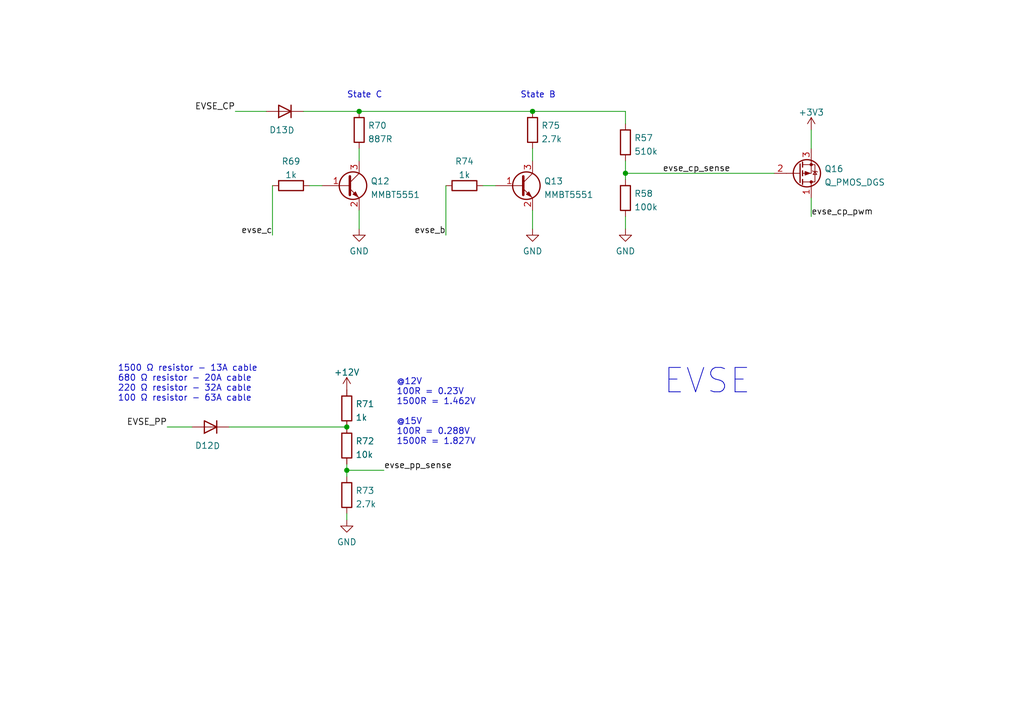
<source format=kicad_sch>
(kicad_sch (version 20211123) (generator eeschema)
  (paper "A5")
  (lib_symbols
    (symbol "Device:D" (pin_numbers hide) (pin_names (offset 1.016) hide)
      (property "Reference" "D" (at 0 2.54 0))
      (property "Value" "D" (at 0 -2.54 0))
      (symbol "D_0_1"
        (polyline (pts (xy -1.27 1.27) (xy -1.27 -1.27)) (stroke (width 0.254)))
        (polyline (pts (xy 1.27 0) (xy -1.27 0)))
        (polyline (pts (xy 1.27 1.27) (xy 1.27 -1.27) (xy -1.27 0) (xy 1.27 1.27)) (stroke (width 0.254)))
      )
      (symbol "D_1_1"
        (pin passive line (at -3.81 0 0) (length 2.54) (name "K") (number "1"))
        (pin passive line (at 3.81 0 180) (length 2.54) (name "A") (number "2"))
      )
    )
    (symbol "Device:Q_PMOS_DGS" (pin_names (offset 0) hide)
      (property "Reference" "Q" (at 5.08 1.27 0))
      (property "Value" "Q_PMOS_DGS" (at 5.08 -1.27 0))
      (symbol "Q_PMOS_DGS_0_1"
        (polyline (pts (xy 0.254 0) (xy -2.54 0)))
        (polyline (pts (xy 0.254 1.905) (xy 0.254 -1.905)) (stroke (width 0.254)))
        (polyline (pts (xy 0.762 -1.27) (xy 0.762 -2.286)) (stroke (width 0.254)))
        (polyline (pts (xy 0.762 0.508) (xy 0.762 -0.508)) (stroke (width 0.254)))
        (polyline (pts (xy 0.762 2.286) (xy 0.762 1.27)) (stroke (width 0.254)))
        (polyline (pts (xy 2.54 2.54) (xy 2.54 1.778)))
        (polyline (pts (xy 2.54 -2.54) (xy 2.54 0) (xy 0.762 0)))
        (polyline (pts (xy 0.762 1.778) (xy 3.302 1.778) (xy 3.302 -1.778) (xy 0.762 -1.778)))
        (polyline (pts (xy 2.286 0) (xy 1.27 0.381) (xy 1.27 -0.381) (xy 2.286 0)) (fill (type outline)))
        (polyline (pts (xy 2.794 -0.508) (xy 2.921 -0.381) (xy 3.683 -0.381) (xy 3.81 -0.254)))
        (polyline (pts (xy 3.302 -0.381) (xy 2.921 0.254) (xy 3.683 0.254) (xy 3.302 -0.381)))
        (circle (center 1.651 0) (radius 2.794) (stroke (width 0.254)))
        (circle (center 2.54 -1.778) (radius 0.254) (fill (type outline)))
        (circle (center 2.54 1.778) (radius 0.254) (fill (type outline)))
      )
      (symbol "Q_PMOS_DGS_1_1"
        (pin passive line (at 2.54 5.08 270) (length 2.54) (name "D") (number "1"))
        (pin input line (at -5.08 0 0) (length 2.54) (name "G") (number "2"))
        (pin passive line (at 2.54 -5.08 90) (length 2.54) (name "S") (number "3"))
      )
    )
    (symbol "Device:R" (pin_numbers hide) (pin_names (offset 0))
      (property "Reference" "R" (at 2.032 0 90))
      (property "Value" "R" (at 0 0 90))
      (symbol "R_0_1"
        (rectangle (start -1.016 -2.54) (end 1.016 2.54) (stroke (width 0.254)))
      )
      (symbol "R_1_1"
        (pin passive line (at 0 3.81 270) (length 1.27) (name "~") (number "1"))
        (pin passive line (at 0 -3.81 90) (length 1.27) (name "~") (number "2"))
      )
    )
    (symbol "Transistor_BJT:BC817W" (pin_names (offset 0) hide)
      (property "Reference" "Q" (at 5.08 1.905 0))
      (property "Value" "BC817W" (at 5.08 0 0))
      (symbol "BC817W_0_1"
        (polyline (pts (xy 0.635 0.635) (xy 2.54 2.54)))
        (polyline (pts (xy 0.635 -0.635) (xy 2.54 -2.54) (xy 2.54 -2.54)))
        (polyline (pts (xy 0.635 1.905) (xy 0.635 -1.905) (xy 0.635 -1.905)) (stroke (width 0.508)))
        (polyline (pts (xy 1.27 -1.778) (xy 1.778 -1.27) (xy 2.286 -2.286) (xy 1.27 -1.778) (xy 1.27 -1.778)) (fill (type outline)))
        (circle (center 1.27 0) (radius 2.8194) (stroke (width 0.254)))
      )
      (symbol "BC817W_1_1"
        (pin input line (at -5.08 0 0) (length 5.715) (name "B") (number "1"))
        (pin passive line (at 2.54 -5.08 90) (length 2.54) (name "E") (number "2"))
        (pin passive line (at 2.54 5.08 270) (length 2.54) (name "C") (number "3"))
      )
    )
    (symbol "power:+12V" (power) (pin_names (offset 0))
      (property "Value" "+12V" (at 0 3.556 0))
      (symbol "+12V_0_1"
        (polyline (pts (xy -0.762 1.27) (xy 0 2.54)))
        (polyline (pts (xy 0 0) (xy 0 2.54)))
        (polyline (pts (xy 0 2.54) (xy 0.762 1.27)))
      )
      (symbol "+12V_1_1"
        (pin power_in line (at 0 0 90) (length 0) hide (name "+12V") (number "1"))
      )
    )
    (symbol "power:+3V3" (power) (pin_names (offset 0))
      (property "Value" "+3V3" (at 0 3.556 0))
      (symbol "+3V3_0_1"
        (polyline (pts (xy -0.762 1.27) (xy 0 2.54)))
        (polyline (pts (xy 0 0) (xy 0 2.54)))
        (polyline (pts (xy 0 2.54) (xy 0.762 1.27)))
      )
      (symbol "+3V3_1_1"
        (pin power_in line (at 0 0 90) (length 0) hide (name "+3V3") (number "1"))
      )
    )
    (symbol "power:GND" (power) (pin_names (offset 0))
      (property "Value" "GND" (at 0 -3.81 0))
      (symbol "GND_0_1"
        (polyline (pts (xy 0 0) (xy 0 -1.27) (xy 1.27 -1.27) (xy 0 -2.54) (xy -1.27 -1.27) (xy 0 -1.27)))
      )
      (symbol "GND_1_1"
        (pin power_in line (at 0 0 270) (length 0) hide (name "GND") (number "1"))
      )
    )
  )
  (junction (at 73.66 22.86))
  (junction (at 71.12 87.63))
  (junction (at 109.22 22.86))
  (junction (at 71.12 96.52))
  (junction (at 128.27 35.56))
  (wire (pts (xy 128.27 44.45) (xy 128.27 46.99)))
  (wire (pts (xy 71.12 96.52) (xy 71.12 97.79)))
  (wire (pts (xy 71.12 96.52) (xy 78.74 96.52)))
  (wire (pts (xy 62.23 22.86) (xy 73.66 22.86)))
  (wire (pts (xy 73.66 30.48) (xy 73.66 33.02)))
  (wire (pts (xy 71.12 95.25) (xy 71.12 96.52)))
  (wire (pts (xy 128.27 35.56) (xy 128.27 36.83)))
  (wire (pts (xy 128.27 22.86) (xy 128.27 25.4)))
  (wire (pts (xy 63.5 38.1) (xy 66.04 38.1)))
  (wire (pts (xy 99.06 38.1) (xy 101.6 38.1)))
  (wire (pts (xy 73.66 22.86) (xy 109.22 22.86)))
  (wire (pts (xy 109.22 22.86) (xy 128.27 22.86)))
  (wire (pts (xy 34.29 87.63) (xy 39.37 87.63)))
  (wire (pts (xy 109.22 30.48) (xy 109.22 33.02)))
  (wire (pts (xy 166.37 26.67) (xy 166.37 30.48)))
  (wire (pts (xy 166.37 44.45) (xy 166.37 40.64)))
  (wire (pts (xy 55.88 48.26) (xy 55.88 38.1)))
  (wire (pts (xy 109.22 46.99) (xy 109.22 43.18)))
  (wire (pts (xy 91.44 48.26) (xy 91.44 38.1)))
  (wire (pts (xy 71.12 105.41) (xy 71.12 106.68)))
  (wire (pts (xy 128.27 33.02) (xy 128.27 35.56)))
  (wire (pts (xy 48.26 22.86) (xy 54.61 22.86)))
  (wire (pts (xy 73.66 46.99) (xy 73.66 43.18)))
  (wire (pts (xy 128.27 35.56) (xy 158.75 35.56)))
  (wire (pts (xy 46.99 87.63) (xy 71.12 87.63)))
  (text "State B" (at 106.68 20.32 0) (effects (font (size 1.27 1.27)) (justify left bottom)))
  (text "@12V\n100R = 0.23V\n1500R = 1.462V\n\n@15V\n100R = 0.288V\n1500R = 1.827V" (at 81.28 91.44 0) (effects (font (size 1.27 1.27)) (justify left bottom)))
  (text "1500 Ω resistor - 13A cable\n680 Ω resistor - 20A cable\n220 Ω resistor - 32A cable\n100 Ω resistor - 63A cable" (at 24.13 82.55 0) (effects (font (size 1.27 1.27)) (justify left bottom)))
  (text "EVSE\n" (at 135.89 81.28 0) (effects (font (size 5 5)) (justify left bottom)))
  (text "State C" (at 71.12 20.32 0) (effects (font (size 1.27 1.27)) (justify left bottom)))
  (label "evse_b" (at 91.44 48.26 180))
  (label "EVSE_CP" (at 48.26 22.86 180))
  (label "evse_cp_pwm" (at 166.37 44.45 0))
  (label "evse_c" (at 55.88 48.26 180))
  (label "evse_cp_sense" (at 135.89 35.56 0))
  (label "EVSE_PP" (at 34.29 87.63 180))
  (label "evse_pp_sense" (at 78.74 96.52 0))
  (symbol (lib_id "Transistor_BJT:BC817W") (at 71.12 38.1 0) (unit 1)
    (property "Reference" "Q12" (at 75.9713 37.1915 0) (effects (justify left)))
    (property "Value" "MMBT5551" (at 75.9713 39.9666 0) (effects (justify left)))
    (property "Footprint" "Package_TO_SOT_SMD:SOT-23" (effects hide))
    (property "Datasheet" "https://www.onsemi.com/pub/Collateral/BC818-D.pdf" (effects hide))
    (property "LCSC Part" "C2145" (effects hide))
    (property "Description" "50nA 160V 300mW 600mA 200@10mA,5V 100MHz 200mV@50mA,5mA NPN +150℃@(Tj) SOT-23(SOT-23-3) Bipolar Transistors - BJT ROHS" (effects hide))
  )
  (symbol (lib_id "Device:R") (at 71.12 101.6 180) (unit 1)
    (property "Reference" "R73" (at 72.898 100.6915 0) (effects (justify right)))
    (property "Value" "2.7k" (at 72.898 103.4666 0) (effects (justify right)))
    (property "Footprint" "Resistor_SMD:R_0805_2012Metric_Pad1.20x1.40mm_HandSolder" (effects hide))
    (property "LCSC Part" "C17530" (effects hide))
    (property "Description" "±1% 125mW Thick Film Resistors 150V ±100ppm/℃ -55℃~+155℃ 2.7kΩ 0805" (effects hide))
  )
  (symbol (lib_id "Transistor_BJT:BC817W") (at 106.68 38.1 0) (unit 1)
    (property "Reference" "Q13" (at 111.5313 37.1915 0) (effects (justify left)))
    (property "Value" "MMBT5551" (at 111.5313 39.9666 0) (effects (justify left)))
    (property "Footprint" "Package_TO_SOT_SMD:SOT-23" (effects hide))
    (property "Datasheet" "https://www.onsemi.com/pub/Collateral/BC818-D.pdf" (effects hide))
    (property "LCSC Part" "C2145" (effects hide))
    (property "Description" "50nA 160V 300mW 600mA 200@10mA,5V 100MHz 200mV@50mA,5mA NPN +150℃@(Tj) SOT-23(SOT-23-3) Bipolar Transistors - BJT ROHS" (effects hide))
  )
  (symbol (lib_id "Device:Q_PMOS_DGS") (at 163.83 35.56 0) (mirror x) (unit 1)
    (property "Reference" "Q16" (at 169.037 34.6515 0) (effects (justify left)))
    (property "Value" "Q_PMOS_DGS" (at 169.037 37.4266 0) (effects (justify left)))
    (property "Footprint" "Package_TO_SOT_SMD:SOT-23" (effects hide))
    (property "LCSC Part" "C8492" (effects hide))
    (property "Description" "50V 130mA 225mW 10Ω@5V,100mA 2V@250μA P Channel SOT-23(SOT-23-3)" (effects hide))
  )
  (symbol (lib_id "Device:R") (at 128.27 29.21 180) (unit 1)
    (property "Reference" "R57" (at 130.048 28.3015 0) (effects (justify right)))
    (property "Value" "510k" (at 130.048 31.0766 0) (effects (justify right)))
    (property "Footprint" "Resistor_SMD:R_0805_2012Metric_Pad1.20x1.40mm_HandSolder" (effects hide))
    (property "LCSC Part" "C17733" (effects hide))
    (property "Description" "±1% 1/8W Thick Film Resistors 150V ±100ppm/℃ -55℃~+155℃ 510kΩ 0805" (effects hide))
  )
  (symbol (lib_id "Device:D") (at 58.42 22.86 180) (unit 1)
    (property "Reference" "D13" (at 57.15 26.67 0))
    (property "Value" "D" (at 59.69 26.7486 0))
    (property "Footprint" "Diode_SMD:D_SOD-123" (effects hide))
    (property "LCSC Part" "C8598" (effects hide))
  )
  (symbol (lib_id "Device:R") (at 71.12 91.44 180) (unit 1)
    (property "Reference" "R72" (at 72.898 90.5315 0) (effects (justify right)))
    (property "Value" "10k" (at 72.898 93.3066 0) (effects (justify right)))
    (property "Footprint" "Resistor_SMD:R_0805_2012Metric_Pad1.20x1.40mm_HandSolder" (effects hide))
    (property "LCSC Part" "C17414" (effects hide))
  )
  (symbol (lib_id "Device:R") (at 109.22 26.67 180) (unit 1)
    (property "Reference" "R75" (at 110.998 25.7615 0) (effects (justify right)))
    (property "Value" "2.7k" (at 110.998 28.5366 0) (effects (justify right)))
    (property "Footprint" "Resistor_SMD:R_0805_2012Metric_Pad1.20x1.40mm_HandSolder" (effects hide))
    (property "LCSC Part" "C17530" (effects hide))
    (property "Description" "±1% 125mW Thick Film Resistors 150V ±100ppm/℃ -55℃~+155℃ 2.7kΩ 0805" (effects hide))
  )
  (symbol (lib_id "power:GND") (at 73.66 46.99 0) (unit 1)
    (property "Reference" "#PWR0186" (effects hide))
    (property "Value" "GND" (at 73.66 51.5524 0))
  )
  (symbol (lib_id "Device:R") (at 128.27 40.64 0) (unit 1)
    (property "Reference" "R58" (at 130.048 39.7315 0) (effects (justify left)))
    (property "Value" "100k" (at 130.048 42.5066 0) (effects (justify left)))
    (property "Footprint" "Resistor_SMD:R_0805_2012Metric_Pad1.20x1.40mm_HandSolder" (effects hide))
    (property "LCSC Part" "C149504" (effects hide))
  )
  (symbol (lib_id "Device:R") (at 59.69 38.1 90) (unit 1)
    (property "Reference" "R69" (at 59.69 33.1175 90))
    (property "Value" "1k" (at 59.69 35.8926 90))
    (property "Footprint" "Resistor_SMD:R_0805_2012Metric_Pad1.20x1.40mm_HandSolder" (effects hide))
    (property "LCSC Part" "C17513" (effects hide))
  )
  (symbol (lib_id "Device:D") (at 43.18 87.63 180) (unit 1)
    (property "Reference" "D12" (at 41.91 91.44 0))
    (property "Value" "D" (at 44.45 91.5186 0))
    (property "Footprint" "Diode_SMD:D_SOD-123" (effects hide))
    (property "LCSC Part" "C8598" (effects hide))
  )
  (symbol (lib_id "power:GND") (at 128.27 46.99 0) (unit 1)
    (property "Reference" "#PWR0182" (effects hide))
    (property "Value" "GND" (at 128.27 51.5524 0))
  )
  (symbol (lib_id "Device:R") (at 73.66 26.67 180) (unit 1)
    (property "Reference" "R70" (at 75.438 25.7615 0) (effects (justify right)))
    (property "Value" "887R" (at 75.438 28.5366 0) (effects (justify right)))
    (property "Footprint" "Resistor_SMD:R_0805_2012Metric_Pad1.20x1.40mm_HandSolder" (effects hide))
    (property "LCSC Part" "C17853" (effects hide))
  )
  (symbol (lib_id "Device:R") (at 95.25 38.1 90) (unit 1)
    (property "Reference" "R74" (at 95.25 33.1175 90))
    (property "Value" "1k" (at 95.25 35.8926 90))
    (property "Footprint" "Resistor_SMD:R_0805_2012Metric_Pad1.20x1.40mm_HandSolder" (effects hide))
    (property "LCSC Part" "C17513" (effects hide))
  )
  (symbol (lib_id "Device:R") (at 71.12 83.82 0) (unit 1)
    (property "Reference" "R71" (at 72.898 82.9115 0) (effects (justify left)))
    (property "Value" "1k" (at 72.898 85.6866 0) (effects (justify left)))
    (property "Footprint" "Resistor_SMD:R_0805_2012Metric_Pad1.20x1.40mm_HandSolder" (effects hide))
    (property "LCSC Part" "C17513" (effects hide))
  )
  (symbol (lib_id "power:+3V3") (at 166.37 26.67 0) (unit 1)
    (property "Reference" "#PWR0105" (effects hide))
    (property "Value" "+3V3" (at 166.37 23.0655 0))
  )
  (symbol (lib_id "power:+12V") (at 71.12 80.01 0) (unit 1)
    (property "Reference" "#PWR0190" (effects hide))
    (property "Value" "+12V" (at 71.12 76.4055 0))
  )
  (symbol (lib_id "power:GND") (at 71.12 106.68 0) (unit 1)
    (property "Reference" "#PWR0189" (effects hide))
    (property "Value" "GND" (at 71.12 111.2424 0))
  )
  (symbol (lib_id "power:GND") (at 109.22 46.99 0) (unit 1)
    (property "Reference" "#PWR0181" (effects hide))
    (property "Value" "GND" (at 109.22 51.5524 0))
  )
)
</source>
